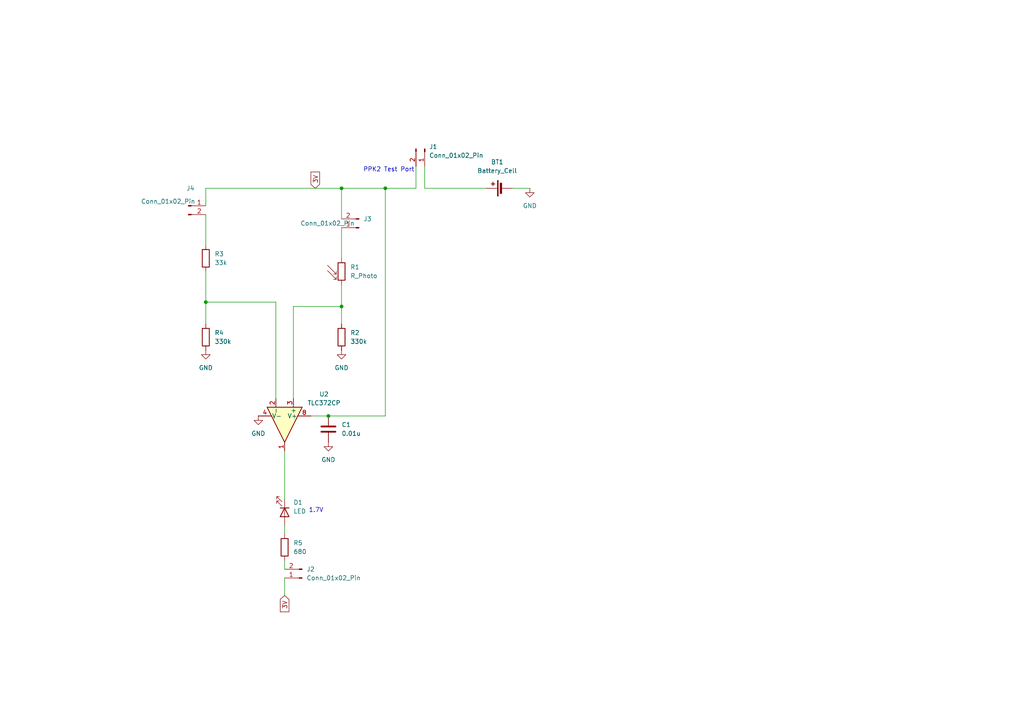
<source format=kicad_sch>
(kicad_sch (version 20231120) (generator "eeschema") (generator_version "8.0")
  (paper "A4")
  (lib_symbols
    (symbol "Connector:Conn_01x02_Pin" (pin_names (offset 1.016) hide)
      (property "Reference" "J" (at 0 2.54 0))
      (property "Value" "Conn_01x02_Pin" (at 0 -5.08 0))
      (symbol "Conn_01x02_Pin_1_1"
        (polyline (pts (xy 1.27 -2.54) (xy 0.8636 -2.54)) (stroke (width 0.1524)))
        (polyline (pts (xy 1.27 0) (xy 0.8636 0)) (stroke (width 0.1524)))
        (rectangle (start 0.8636 -2.413) (end 0 -2.667) (stroke (width 0.1524)) (fill (type outline)))
        (rectangle (start 0.8636 0.127) (end 0 -0.127) (stroke (width 0.1524)) (fill (type outline)))
        (pin passive line (at 5.08 0 180) (length 3.81) (name "Pin_1") (number "1"))
        (pin passive line (at 5.08 -2.54 180) (length 3.81) (name "Pin_2") (number "2"))
      )
    )
    (symbol "Device:Battery_Cell" (pin_numbers hide) (pin_names (offset 0) hide)
      (property "Reference" "BT" (at 2.54 2.54 0))
      (property "Value" "Battery_Cell" (at 2.54 0 0))
      (symbol "Battery_Cell_0_1"
        (rectangle (start -2.286 1.778) (end 2.286 1.524) (fill (type outline)))
        (rectangle (start -1.524 1.016) (end 1.524 0.508) (fill (type outline)))
        (polyline (pts (xy 0 0.762) (xy 0 0)))
        (polyline (pts (xy 0 1.778) (xy 0 2.54)))
        (polyline (pts (xy 0.762 3.048) (xy 1.778 3.048)) (stroke (width 0.254)))
        (polyline (pts (xy 1.27 3.556) (xy 1.27 2.54)) (stroke (width 0.254)))
      )
      (symbol "Battery_Cell_1_1"
        (pin passive line (at 0 5.08 270) (length 2.54) (name "+") (number "1"))
        (pin passive line (at 0 -2.54 90) (length 2.54) (name "-") (number "2"))
      )
    )
    (symbol "Device:C" (pin_numbers hide) (pin_names (offset 0.254))
      (property "Reference" "C" (at 0.635 2.54 0))
      (property "Value" "C" (at 0.635 -2.54 0))
      (symbol "C_0_1"
        (polyline (pts (xy -2.032 -0.762) (xy 2.032 -0.762)) (stroke (width 0.508)))
        (polyline (pts (xy -2.032 0.762) (xy 2.032 0.762)) (stroke (width 0.508)))
      )
      (symbol "C_1_1"
        (pin passive line (at 0 3.81 270) (length 2.794) (name "~") (number "1"))
        (pin passive line (at 0 -3.81 90) (length 2.794) (name "~") (number "2"))
      )
    )
    (symbol "Device:LED" (pin_numbers hide) (pin_names (offset 1.016) hide)
      (property "Reference" "D" (at 0 2.54 0))
      (property "Value" "LED" (at 0 -2.54 0))
      (symbol "LED_0_1"
        (polyline (pts (xy -1.27 -1.27) (xy -1.27 1.27)) (stroke (width 0.254)))
        (polyline (pts (xy -1.27 0) (xy 1.27 0)))
        (polyline (pts (xy 1.27 -1.27) (xy 1.27 1.27) (xy -1.27 0) (xy 1.27 -1.27)) (stroke (width 0.254)))
        (polyline (pts (xy -3.048 -0.762) (xy -4.572 -2.286) (xy -3.81 -2.286) (xy -4.572 -2.286) (xy -4.572 -1.524)))
        (polyline (pts (xy -1.778 -0.762) (xy -3.302 -2.286) (xy -2.54 -2.286) (xy -3.302 -2.286) (xy -3.302 -1.524)))
      )
      (symbol "LED_1_1"
        (pin passive line (at -3.81 0 0) (length 2.54) (name "K") (number "1"))
        (pin passive line (at 3.81 0 180) (length 2.54) (name "A") (number "2"))
      )
    )
    (symbol "Device:R" (pin_numbers hide) (pin_names (offset 0))
      (property "Reference" "R" (at 2.032 0 90))
      (property "Value" "R" (at 0 0 90))
      (symbol "R_0_1"
        (rectangle (start -1.016 -2.54) (end 1.016 2.54) (stroke (width 0.254)))
      )
      (symbol "R_1_1"
        (pin passive line (at 0 3.81 270) (length 1.27) (name "~") (number "1"))
        (pin passive line (at 0 -3.81 90) (length 1.27) (name "~") (number "2"))
      )
    )
    (symbol "Device:R_Photo" (pin_numbers hide) (pin_names (offset 0))
      (property "Reference" "R" (at 1.27 1.27 0))
      (property "Value" "R_Photo" (at 1.27 0 0))
      (symbol "R_Photo_0_1"
        (rectangle (start -1.016 2.54) (end 1.016 -2.54) (stroke (width 0.254)))
        (polyline (pts (xy -1.524 -2.286) (xy -4.064 0.254)))
        (polyline (pts (xy -1.524 -2.286) (xy -2.286 -2.286)))
        (polyline (pts (xy -1.524 -2.286) (xy -1.524 -1.524)))
        (polyline (pts (xy -1.524 -0.762) (xy -4.064 1.778)))
        (polyline (pts (xy -1.524 -0.762) (xy -2.286 -0.762)))
        (polyline (pts (xy -1.524 -0.762) (xy -1.524 0)))
      )
      (symbol "R_Photo_1_1"
        (pin passive line (at 0 3.81 270) (length 1.27) (name "~") (number "1"))
        (pin passive line (at 0 -3.81 90) (length 1.27) (name "~") (number "2"))
      )
    )
    (symbol "kody_custom:TLC372CP" (pin_names (offset 0.127))
      (property "Reference" "U2" (at 11.43 6.3186 0))
      (property "Value" "TLC372CP" (at 11.43 3.7786 0))
      (symbol "TLC372CP_0_1"
        (polyline (pts (xy -5.08 5.08) (xy 5.08 0) (xy -5.08 -5.08) (xy -5.08 5.08)) (stroke (width 0.254)) (fill (type background)))
      )
      (symbol "TLC372CP_1_1"
        (pin open_collector line (at 7.62 0 180) (length 2.54) (name "~") (number "1"))
        (pin input line (at -7.62 -2.54 0) (length 2.54) (name "-") (number "2"))
        (pin input line (at -7.62 2.54 0) (length 2.54) (name "+") (number "3"))
        (pin power_in line (at -2.54 -7.62 90) (length 3.81) (name "V-") (number "4"))
        (pin power_in line (at -2.54 7.62 270) (length 3.81) (name "V+") (number "8"))
      )
    )
    (symbol "power:GND" (power) (pin_numbers hide) (pin_names (offset 0) hide)
      (property "Value" "GND" (at 0 -3.81 0))
      (symbol "GND_0_1"
        (polyline (pts (xy 0 0) (xy 0 -1.27) (xy 1.27 -1.27) (xy 0 -2.54) (xy -1.27 -1.27) (xy 0 -1.27)))
      )
      (symbol "GND_1_1"
        (pin power_in line (at 0 0 270) (length 0) (name "~") (number "1"))
      )
    )
  )
  (junction (at 59.69 87.63))
  (junction (at 99.06 88.9))
  (junction (at 99.06 54.61))
  (junction (at 111.76 54.61))
  (junction (at 95.25 120.65))
  (wire (pts (xy 99.06 88.9) (xy 99.06 93.98)))
  (wire (pts (xy 123.19 54.61) (xy 140.97 54.61)))
  (wire (pts (xy 82.55 162.56) (xy 82.55 165.1)))
  (wire (pts (xy 82.55 167.64) (xy 82.55 172.72)))
  (wire (pts (xy 59.69 78.74) (xy 59.69 87.63)))
  (wire (pts (xy 80.01 87.63) (xy 59.69 87.63)))
  (wire (pts (xy 123.19 54.61) (xy 123.19 48.26)))
  (wire (pts (xy 99.06 66.04) (xy 99.06 74.93)))
  (wire (pts (xy 59.69 59.69) (xy 59.69 54.61)))
  (wire (pts (xy 82.55 130.81) (xy 82.55 144.78)))
  (wire (pts (xy 59.69 54.61) (xy 99.06 54.61)))
  (wire (pts (xy 59.69 71.12) (xy 59.69 62.23)))
  (wire (pts (xy 111.76 120.65) (xy 111.76 54.61)))
  (wire (pts (xy 120.65 48.26) (xy 120.65 54.61)))
  (wire (pts (xy 80.01 87.63) (xy 80.01 115.57)))
  (wire (pts (xy 90.17 120.65) (xy 95.25 120.65)))
  (wire (pts (xy 99.06 82.55) (xy 99.06 88.9)))
  (wire (pts (xy 148.59 54.61) (xy 153.67 54.61)))
  (wire (pts (xy 85.09 88.9) (xy 85.09 115.57)))
  (wire (pts (xy 85.09 88.9) (xy 99.06 88.9)))
  (wire (pts (xy 95.25 120.65) (xy 111.76 120.65)))
  (wire (pts (xy 82.55 152.4) (xy 82.55 154.94)))
  (wire (pts (xy 111.76 54.61) (xy 120.65 54.61)))
  (wire (pts (xy 59.69 87.63) (xy 59.69 93.98)))
  (wire (pts (xy 99.06 54.61) (xy 99.06 63.5)))
  (wire (pts (xy 99.06 54.61) (xy 111.76 54.61)))
  (text "1.7V" (at 91.694 148.082 0) (effects (font (size 1.27 1.27))))
  (text "PPK2 Test Port" (at 112.776 49.276 0) (effects (font (size 1.27 1.27))))
  (global_label "3V" (shape input) (at 82.55 172.72 270) (property "Intersheetrefs" "${INTERSHEET_REFS}" (effects (hide yes))))
  (global_label "3V" (shape input) (at 91.44 54.61 90) (property "Intersheetrefs" "${INTERSHEET_REFS}" (effects (hide yes))))
  (symbol (lib_id "Connector:Conn_01x02_Pin") (at 104.14 66.04 180) (unit 1)
    (property "Reference" "J3" (at 105.41 63.4999 0) (effects (justify right)))
    (property "Value" "Conn_01x02_Pin" (at 87.122 64.77 0) (effects (justify right)))
    (property "Footprint" "Connector_PinHeader_2.54mm:PinHeader_1x02_P2.54mm_Vertical" (effects (hide yes)))
    (property "Datasheet" "https://www.digikey.ca/en/products/detail/harwin-inc/M20-9990246/3728226" (effects (hide yes)))
    (property "Description" "Generic connector, single row, 01x02, script generated" (effects (hide yes)))
    (property "MFG #" "M20-9990246" (effects (hide yes)))
  )
  (symbol (lib_id "Device:R") (at 99.06 97.79 0) (unit 1)
    (property "Reference" "R2" (at 101.6 96.5199 0) (effects (justify left)))
    (property "Value" "330k" (at 101.6 99.0599 0) (effects (justify left)))
    (property "Footprint" "Resistor_THT:R_Axial_DIN0207_L6.3mm_D2.5mm_P7.62mm_Horizontal" (effects (hide yes)))
    (property "Datasheet" "https://www.digikey.ca/en/products/detail/stackpole-electronics-inc/CFM12JT33K0/1741940" (effects (hide yes)))
    (property "Description" "RES 33K OHM 5% 1/2W AXIAL" (effects (hide yes)))
    (property "MFG #" "CFM12JT33K0" (effects (hide yes)))
  )
  (symbol (lib_id "Connector:Conn_01x02_Pin") (at 87.63 167.64 180) (unit 1)
    (property "Reference" "J2" (at 88.9 165.0999 0) (effects (justify right)))
    (property "Value" "Conn_01x02_Pin" (at 88.9 167.6399 0) (effects (justify right)))
    (property "Footprint" "Connector_PinHeader_2.54mm:PinHeader_1x02_P2.54mm_Vertical" (effects (hide yes)))
    (property "Datasheet" "https://www.digikey.ca/en/products/detail/harwin-inc/M20-9990246/3728226" (effects (hide yes)))
    (property "Description" "Generic connector, single row, 01x02, script generated" (effects (hide yes)))
    (property "MFG #" "M20-9990246" (effects (hide yes)))
  )
  (symbol (lib_id "Device:R") (at 82.55 158.75 0) (unit 1)
    (property "Reference" "R5" (at 85.09 157.4799 0) (effects (justify left)))
    (property "Value" "680" (at 85.09 160.0199 0) (effects (justify left)))
    (property "Footprint" "Resistor_THT:R_Axial_DIN0207_L6.3mm_D2.5mm_P7.62mm_Horizontal" (effects (hide yes)))
    (property "Datasheet" "https://www.digikey.ca/en/products/detail/stackpole-electronics-inc/CF14JT680R/1741489" (effects (hide yes)))
    (property "Description" "RES 680 OHM 5% 1/4W AXIAL" (effects (hide yes)))
    (property "MFG #" "CF14JT680R" (effects (hide yes)))
  )
  (symbol (lib_id "power:GND") (at 74.93 120.65 0) (unit 1)
    (property "Reference" "#PWR04" (effects (hide yes)))
    (property "Value" "GND" (at 74.93 125.73 0))
    (property "Description" "Power symbol creates a global label with name \"GND\" , ground" (effects (hide yes)))
  )
  (symbol (lib_id "power:GND") (at 95.25 128.27 0) (unit 1)
    (property "Reference" "#PWR05" (effects (hide yes)))
    (property "Value" "GND" (at 95.25 133.35 0))
    (property "Description" "Power symbol creates a global label with name \"GND\" , ground" (effects (hide yes)))
  )
  (symbol (lib_id "Connector:Conn_01x02_Pin") (at 54.61 59.69 0) (unit 1)
    (property "Reference" "J4" (at 55.245 54.61 0))
    (property "Value" "Conn_01x02_Pin" (at 48.768 58.42 0))
    (property "Footprint" "Connector_PinHeader_2.54mm:PinHeader_1x02_P2.54mm_Vertical" (effects (hide yes)))
    (property "Datasheet" "https://www.digikey.ca/en/products/detail/harwin-inc/M20-9990246/3728226" (effects (hide yes)))
    (property "Description" "Generic connector, single row, 01x02, script generated" (effects (hide yes)))
    (property "MFG #" "M20-9990246" (effects (hide yes)))
  )
  (symbol (lib_id "Device:R") (at 59.69 97.79 0) (unit 1)
    (property "Reference" "R4" (at 62.23 96.5199 0) (effects (justify left)))
    (property "Value" "330k" (at 62.23 99.0599 0) (effects (justify left)))
    (property "Footprint" "Resistor_THT:R_Axial_DIN0207_L6.3mm_D2.5mm_P7.62mm_Horizontal" (effects (hide yes)))
    (property "Datasheet" "https://www.digikey.ca/en/products/detail/stackpole-electronics-inc/CF12JT22K0/1741093" (effects (hide yes)))
    (property "Description" "RES 22K OHM 5% 1/2W AXIAL" (effects (hide yes)))
    (property "MFG #" "CF12JT22K0" (effects (hide yes)))
  )
  (symbol (lib_id "Device:C") (at 95.25 124.46 0) (unit 1)
    (property "Reference" "C1" (at 99.06 123.1899 0) (effects (justify left)))
    (property "Value" "0.01u" (at 99.06 125.7299 0) (effects (justify left)))
    (property "Footprint" "Capacitor_SMD:C_0805_2012Metric_Pad1.18x1.45mm_HandSolder" (effects (hide yes)))
    (property "Datasheet" "https://www.digikey.ca/en/products/detail/kemet/C0805C103K5RACTU/411157" (effects (hide yes)))
    (property "Description" "Unpolarized capacitor" (effects (hide yes)))
    (property "MfG #" "C0805C103K5RACTU" (effects (hide yes)))
  )
  (symbol (lib_id "power:GND") (at 153.67 54.61 0) (unit 1)
    (property "Reference" "#PWR01" (effects (hide yes)))
    (property "Value" "GND" (at 153.67 59.69 0))
    (property "Description" "Power symbol creates a global label with name \"GND\" , ground" (effects (hide yes)))
  )
  (symbol (lib_id "Device:R") (at 59.69 74.93 0) (unit 1)
    (property "Reference" "R3" (at 62.23 73.6599 0) (effects (justify left)))
    (property "Value" "33k" (at 62.23 76.1999 0) (effects (justify left)))
    (property "Footprint" "Resistor_THT:R_Axial_DIN0207_L6.3mm_D2.5mm_P7.62mm_Horizontal" (effects (hide yes)))
    (property "Datasheet" "https://www.digikey.ca/en/products/detail/stackpole-electronics-inc/CF12JT22K0/1741093" (effects (hide yes)))
    (property "Description" "RES 22K OHM 5% 1/2W AXIAL" (effects (hide yes)))
    (property "MFG #" "CF12JT22K0" (effects (hide yes)))
  )
  (symbol (lib_id "power:GND") (at 99.06 101.6 0) (unit 1)
    (property "Reference" "#PWR02" (effects (hide yes)))
    (property "Value" "GND" (at 99.06 106.68 0))
    (property "Description" "Power symbol creates a global label with name \"GND\" , ground" (effects (hide yes)))
  )
  (symbol (lib_id "Connector:Conn_01x02_Pin") (at 123.19 43.18 270) (unit 1)
    (property "Reference" "J1" (at 124.46 42.5449 90) (effects (justify left)))
    (property "Value" "Conn_01x02_Pin" (at 124.46 45.0849 90) (effects (justify left)))
    (property "Footprint" "Connector_PinHeader_2.54mm:PinHeader_1x02_P2.54mm_Vertical" (effects (hide yes)))
    (property "Datasheet" "https://www.digikey.ca/en/products/detail/harwin-inc/M20-9990246/3728226" (effects (hide yes)))
    (property "Description" "Generic connector, single row, 01x02, script generated" (effects (hide yes)))
    (property "MFG #" "M20-9990246" (effects (hide yes)))
  )
  (symbol (lib_id "Device:LED") (at 82.55 148.59 270) (unit 1)
    (property "Reference" "D1" (at 85.09 145.7324 90) (effects (justify left)))
    (property "Value" "LED" (at 85.09 148.2724 90) (effects (justify left)))
    (property "Footprint" "LED_THT:LED_D5.0mm" (effects (hide yes)))
    (property "Datasheet" "https://www.digikey.ca/en/products/detail/broadcom-limited/HLMP-D150/637587" (effects (hide yes)))
    (property "Description" "LED RED DIFFUSED T-1 3/4 T/H" (effects (hide yes)))
    (property "MFG #" "HLMP-D150" (effects (hide yes)))
  )
  (symbol (lib_id "Device:Battery_Cell") (at 146.05 54.61 90) (unit 1)
    (property "Reference" "BT1" (at 144.2085 46.99 90))
    (property "Value" "Battery_Cell" (at 144.2085 49.53 90))
    (property "Footprint" "Connector_Wire:SolderWire-0.1sqmm_1x02_P3.6mm_D0.4mm_OD1mm" (effects (hide yes)))
    (property "Datasheet" "https://www.digikey.ca/en/products/detail/keystone-electronics/1066/303562" (effects (hide yes)))
    (property "Description" "BATTERY HOLDER COIN 20MM PC PIN" (effects (hide yes)))
    (property "MFG #" "1066" (effects (hide yes)))
  )
  (symbol (lib_id "Device:R_Photo") (at 99.06 78.74 0) (unit 1)
    (property "Reference" "R1" (at 101.6 77.4699 0) (effects (justify left)))
    (property "Value" "R_Photo" (at 101.6 80.0099 0) (effects (justify left)))
    (property "Footprint" "Resistor_THT:R_Axial_DIN0207_L6.3mm_D2.5mm_P7.62mm_Horizontal" (effects (hide yes)))
    (property "Datasheet" "https://www.digikey.ca/en/products/detail/advanced-photonix/PDV-P8104/480611?s=N4IgTCBcDaIAoBEBqBaOAOAjABgCwgF0BfIA" (effects (hide yes)))
    (property "Description" "CDS PHOTORESISTOR 27-60KOHM" (effects (hide yes)))
    (property "MFG #" "PDV-P8104" (effects (hide yes)))
  )
  (symbol (lib_id "kody_custom:TLC372CP") (at 82.55 123.19 270) (unit 1)
    (property "Reference" "U2" (at 93.98 114.3314 90))
    (property "Value" "TLC372CP" (at 93.98 116.8714 90))
    (property "Footprint" "Package_DIP:DIP-8_W7.62mm" (effects (hide yes)))
    (property "Datasheet" "http://www.ti.com/lit/ds/symlink/lm397.pdf" (effects (hide yes)))
    (property "Description" "Single General-Purpose Voltage Comparator with Open-Collector Output, SOT-23-5" (effects (hide yes)))
  )
  (symbol (lib_id "power:GND") (at 59.69 101.6 0) (unit 1)
    (property "Reference" "#PWR03" (effects (hide yes)))
    (property "Value" "GND" (at 59.69 106.68 0))
    (property "Description" "Power symbol creates a global label with name \"GND\" , ground" (effects (hide yes)))
  )
)
</source>
